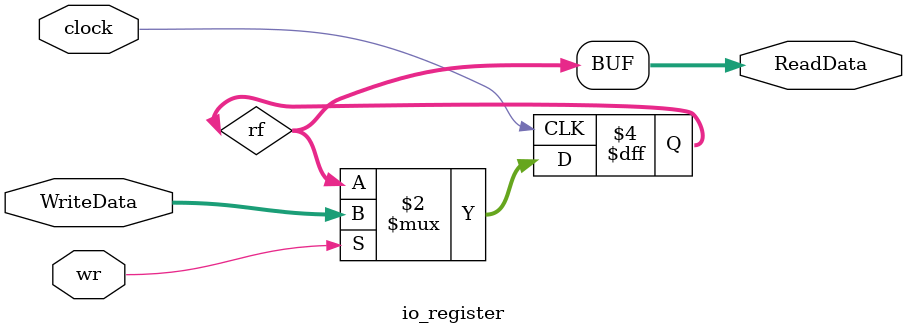
<source format=sv>
`timescale 1ns / 1ps
`default_nettype none


module io_register #(
   parameter Dbits = 32                      // Number of bits in data
)(
   input wire clock,
   input wire wr,                            // WriteEnable:  if wr==1, data is written into mem
   input wire [Dbits-1 : 0] WriteData,       // Data for writing into memory (if wr==1)
   
   output wire [Dbits-1 : 0] ReadData
   );

   logic [Dbits-1:0] rf;  

   always_ff @(posedge clock)                // Memory write: only when wr==1, and only at posedge clock
      if(wr)
         rf <= WriteData;

   assign ReadData = rf;
      
endmodule
</source>
